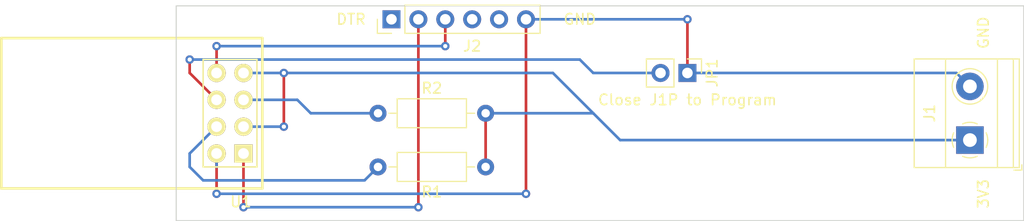
<source format=kicad_pcb>
(kicad_pcb (version 20171130) (host pcbnew 5.1.6)

  (general
    (thickness 1.6)
    (drawings 9)
    (tracks 46)
    (zones 0)
    (modules 6)
    (nets 11)
  )

  (page User 132.004 102.006)
  (title_block
    (title "ESP-01 Programmer")
    (date 2020-07-27)
    (rev 1.0)
  )

  (layers
    (0 F.Cu signal)
    (31 B.Cu signal)
    (33 F.Adhes user)
    (35 F.Paste user)
    (37 F.SilkS user)
    (38 B.Mask user)
    (39 F.Mask user)
    (40 Dwgs.User user)
    (41 Cmts.User user)
    (42 Eco1.User user)
    (43 Eco2.User user)
    (44 Edge.Cuts user)
    (45 Margin user)
    (46 B.CrtYd user)
    (47 F.CrtYd user)
    (49 F.Fab user)
  )

  (setup
    (last_trace_width 0.25)
    (trace_clearance 0.2)
    (zone_clearance 0.508)
    (zone_45_only no)
    (trace_min 0.2)
    (via_size 0.8)
    (via_drill 0.4)
    (via_min_size 0.4)
    (via_min_drill 0.3)
    (uvia_size 0.3)
    (uvia_drill 0.1)
    (uvias_allowed no)
    (uvia_min_size 0.2)
    (uvia_min_drill 0.1)
    (edge_width 0.05)
    (segment_width 0.2)
    (pcb_text_width 0.3)
    (pcb_text_size 1.5 1.5)
    (mod_edge_width 0.12)
    (mod_text_size 1 1)
    (mod_text_width 0.15)
    (pad_size 1.524 1.524)
    (pad_drill 0.762)
    (pad_to_mask_clearance 0.05)
    (aux_axis_origin 0 0)
    (visible_elements FFFFFF7F)
    (pcbplotparams
      (layerselection 0x010e8_ffffffff)
      (usegerberextensions false)
      (usegerberattributes true)
      (usegerberadvancedattributes true)
      (creategerberjobfile true)
      (excludeedgelayer true)
      (linewidth 0.100000)
      (plotframeref false)
      (viasonmask false)
      (mode 1)
      (useauxorigin false)
      (hpglpennumber 1)
      (hpglpenspeed 20)
      (hpglpendiameter 15.000000)
      (psnegative false)
      (psa4output false)
      (plotreference true)
      (plotvalue true)
      (plotinvisibletext false)
      (padsonsilk false)
      (subtractmaskfromsilk false)
      (outputformat 4)
      (mirror false)
      (drillshape 0)
      (scaleselection 1)
      (outputdirectory "./"))
  )

  (net 0 "")
  (net 1 GND)
  (net 2 VCC)
  (net 3 CTS)
  (net 4 DTR)
  (net 5 "Net-(R1-Pad2)")
  (net 6 "Net-(R2-Pad1)")
  (net 7 FTDI_TX)
  (net 8 FTDI_RX)
  (net 9 FTDI_VCC)
  (net 10 "Net-(JP1-Pad2)")

  (net_class Default "This is the default net class."
    (clearance 0.2)
    (trace_width 0.25)
    (via_dia 0.8)
    (via_drill 0.4)
    (uvia_dia 0.3)
    (uvia_drill 0.1)
    (add_net CTS)
    (add_net DTR)
    (add_net FTDI_RX)
    (add_net FTDI_TX)
    (add_net FTDI_VCC)
    (add_net GND)
    (add_net "Net-(JP1-Pad2)")
    (add_net "Net-(R1-Pad2)")
    (add_net "Net-(R2-Pad1)")
    (add_net VCC)
  )

  (module Connector_PinHeader_2.54mm:PinHeader_1x02_P2.54mm_Vertical (layer F.Cu) (tedit 59FED5CC) (tstamp 5F1ECA01)
    (at 81.28 30.48 270)
    (descr "Through hole straight pin header, 1x02, 2.54mm pitch, single row")
    (tags "Through hole pin header THT 1x02 2.54mm single row")
    (path /5F1F70C3)
    (fp_text reference JP1 (at 0 -2.33 90) (layer F.SilkS)
      (effects (font (size 1 1) (thickness 0.15)))
    )
    (fp_text value PRG (at 0 4.87 90) (layer F.Fab)
      (effects (font (size 1 1) (thickness 0.15)))
    )
    (fp_text user %R (at 0 1.27) (layer F.Fab)
      (effects (font (size 1 1) (thickness 0.15)))
    )
    (fp_line (start -0.635 -1.27) (end 1.27 -1.27) (layer F.Fab) (width 0.1))
    (fp_line (start 1.27 -1.27) (end 1.27 3.81) (layer F.Fab) (width 0.1))
    (fp_line (start 1.27 3.81) (end -1.27 3.81) (layer F.Fab) (width 0.1))
    (fp_line (start -1.27 3.81) (end -1.27 -0.635) (layer F.Fab) (width 0.1))
    (fp_line (start -1.27 -0.635) (end -0.635 -1.27) (layer F.Fab) (width 0.1))
    (fp_line (start -1.33 3.87) (end 1.33 3.87) (layer F.SilkS) (width 0.12))
    (fp_line (start -1.33 1.27) (end -1.33 3.87) (layer F.SilkS) (width 0.12))
    (fp_line (start 1.33 1.27) (end 1.33 3.87) (layer F.SilkS) (width 0.12))
    (fp_line (start -1.33 1.27) (end 1.33 1.27) (layer F.SilkS) (width 0.12))
    (fp_line (start -1.33 0) (end -1.33 -1.33) (layer F.SilkS) (width 0.12))
    (fp_line (start -1.33 -1.33) (end 0 -1.33) (layer F.SilkS) (width 0.12))
    (fp_line (start -1.8 -1.8) (end -1.8 4.35) (layer F.CrtYd) (width 0.05))
    (fp_line (start -1.8 4.35) (end 1.8 4.35) (layer F.CrtYd) (width 0.05))
    (fp_line (start 1.8 4.35) (end 1.8 -1.8) (layer F.CrtYd) (width 0.05))
    (fp_line (start 1.8 -1.8) (end -1.8 -1.8) (layer F.CrtYd) (width 0.05))
    (pad 2 thru_hole oval (at 0 2.54 270) (size 1.7 1.7) (drill 1) (layers *.Cu *.Mask)
      (net 10 "Net-(JP1-Pad2)"))
    (pad 1 thru_hole rect (at 0 0 270) (size 1.7 1.7) (drill 1) (layers *.Cu *.Mask)
      (net 1 GND))
    (model ${KISYS3DMOD}/Connector_PinHeader_2.54mm.3dshapes/PinHeader_1x02_P2.54mm_Vertical.wrl
      (at (xyz 0 0 0))
      (scale (xyz 1 1 1))
      (rotate (xyz 0 0 0))
    )
  )

  (module Resistor_THT:R_Axial_DIN0207_L6.3mm_D2.5mm_P10.16mm_Horizontal (layer F.Cu) (tedit 5AE5139B) (tstamp 5F1EB544)
    (at 52.07 34.29)
    (descr "Resistor, Axial_DIN0207 series, Axial, Horizontal, pin pitch=10.16mm, 0.25W = 1/4W, length*diameter=6.3*2.5mm^2, http://cdn-reichelt.de/documents/datenblatt/B400/1_4W%23YAG.pdf")
    (tags "Resistor Axial_DIN0207 series Axial Horizontal pin pitch 10.16mm 0.25W = 1/4W length 6.3mm diameter 2.5mm")
    (path /5F1EE97C)
    (fp_text reference R2 (at 5.08 -2.37) (layer F.SilkS)
      (effects (font (size 1 1) (thickness 0.15)))
    )
    (fp_text value 10K (at 5.08 2.37) (layer F.Fab)
      (effects (font (size 1 1) (thickness 0.15)))
    )
    (fp_text user %R (at 5.08 0) (layer F.Fab)
      (effects (font (size 1 1) (thickness 0.15)))
    )
    (fp_line (start 1.93 -1.25) (end 1.93 1.25) (layer F.Fab) (width 0.1))
    (fp_line (start 1.93 1.25) (end 8.23 1.25) (layer F.Fab) (width 0.1))
    (fp_line (start 8.23 1.25) (end 8.23 -1.25) (layer F.Fab) (width 0.1))
    (fp_line (start 8.23 -1.25) (end 1.93 -1.25) (layer F.Fab) (width 0.1))
    (fp_line (start 0 0) (end 1.93 0) (layer F.Fab) (width 0.1))
    (fp_line (start 10.16 0) (end 8.23 0) (layer F.Fab) (width 0.1))
    (fp_line (start 1.81 -1.37) (end 1.81 1.37) (layer F.SilkS) (width 0.12))
    (fp_line (start 1.81 1.37) (end 8.35 1.37) (layer F.SilkS) (width 0.12))
    (fp_line (start 8.35 1.37) (end 8.35 -1.37) (layer F.SilkS) (width 0.12))
    (fp_line (start 8.35 -1.37) (end 1.81 -1.37) (layer F.SilkS) (width 0.12))
    (fp_line (start 1.04 0) (end 1.81 0) (layer F.SilkS) (width 0.12))
    (fp_line (start 9.12 0) (end 8.35 0) (layer F.SilkS) (width 0.12))
    (fp_line (start -1.05 -1.5) (end -1.05 1.5) (layer F.CrtYd) (width 0.05))
    (fp_line (start -1.05 1.5) (end 11.21 1.5) (layer F.CrtYd) (width 0.05))
    (fp_line (start 11.21 1.5) (end 11.21 -1.5) (layer F.CrtYd) (width 0.05))
    (fp_line (start 11.21 -1.5) (end -1.05 -1.5) (layer F.CrtYd) (width 0.05))
    (pad 2 thru_hole oval (at 10.16 0) (size 1.6 1.6) (drill 0.8) (layers *.Cu *.Mask)
      (net 2 VCC))
    (pad 1 thru_hole circle (at 0 0) (size 1.6 1.6) (drill 0.8) (layers *.Cu *.Mask)
      (net 6 "Net-(R2-Pad1)"))
    (model ${KISYS3DMOD}/Resistor_THT.3dshapes/R_Axial_DIN0207_L6.3mm_D2.5mm_P10.16mm_Horizontal.wrl
      (at (xyz 0 0 0))
      (scale (xyz 1 1 1))
      (rotate (xyz 0 0 0))
    )
  )

  (module Resistor_THT:R_Axial_DIN0207_L6.3mm_D2.5mm_P10.16mm_Horizontal (layer F.Cu) (tedit 5AE5139B) (tstamp 5F1EB535)
    (at 62.23 39.37 180)
    (descr "Resistor, Axial_DIN0207 series, Axial, Horizontal, pin pitch=10.16mm, 0.25W = 1/4W, length*diameter=6.3*2.5mm^2, http://cdn-reichelt.de/documents/datenblatt/B400/1_4W%23YAG.pdf")
    (tags "Resistor Axial_DIN0207 series Axial Horizontal pin pitch 10.16mm 0.25W = 1/4W length 6.3mm diameter 2.5mm")
    (path /5F22F1EC)
    (fp_text reference R1 (at 5.08 -2.37) (layer F.SilkS)
      (effects (font (size 1 1) (thickness 0.15)))
    )
    (fp_text value 10K (at 5.08 2.37) (layer F.Fab)
      (effects (font (size 1 1) (thickness 0.15)))
    )
    (fp_text user %R (at 5.08 0) (layer F.Fab)
      (effects (font (size 1 1) (thickness 0.15)))
    )
    (fp_line (start 1.93 -1.25) (end 1.93 1.25) (layer F.Fab) (width 0.1))
    (fp_line (start 1.93 1.25) (end 8.23 1.25) (layer F.Fab) (width 0.1))
    (fp_line (start 8.23 1.25) (end 8.23 -1.25) (layer F.Fab) (width 0.1))
    (fp_line (start 8.23 -1.25) (end 1.93 -1.25) (layer F.Fab) (width 0.1))
    (fp_line (start 0 0) (end 1.93 0) (layer F.Fab) (width 0.1))
    (fp_line (start 10.16 0) (end 8.23 0) (layer F.Fab) (width 0.1))
    (fp_line (start 1.81 -1.37) (end 1.81 1.37) (layer F.SilkS) (width 0.12))
    (fp_line (start 1.81 1.37) (end 8.35 1.37) (layer F.SilkS) (width 0.12))
    (fp_line (start 8.35 1.37) (end 8.35 -1.37) (layer F.SilkS) (width 0.12))
    (fp_line (start 8.35 -1.37) (end 1.81 -1.37) (layer F.SilkS) (width 0.12))
    (fp_line (start 1.04 0) (end 1.81 0) (layer F.SilkS) (width 0.12))
    (fp_line (start 9.12 0) (end 8.35 0) (layer F.SilkS) (width 0.12))
    (fp_line (start -1.05 -1.5) (end -1.05 1.5) (layer F.CrtYd) (width 0.05))
    (fp_line (start -1.05 1.5) (end 11.21 1.5) (layer F.CrtYd) (width 0.05))
    (fp_line (start 11.21 1.5) (end 11.21 -1.5) (layer F.CrtYd) (width 0.05))
    (fp_line (start 11.21 -1.5) (end -1.05 -1.5) (layer F.CrtYd) (width 0.05))
    (pad 2 thru_hole oval (at 10.16 0 180) (size 1.6 1.6) (drill 0.8) (layers *.Cu *.Mask)
      (net 5 "Net-(R1-Pad2)"))
    (pad 1 thru_hole circle (at 0 0 180) (size 1.6 1.6) (drill 0.8) (layers *.Cu *.Mask)
      (net 2 VCC))
    (model ${KISYS3DMOD}/Resistor_THT.3dshapes/R_Axial_DIN0207_L6.3mm_D2.5mm_P10.16mm_Horizontal.wrl
      (at (xyz 0 0 0))
      (scale (xyz 1 1 1))
      (rotate (xyz 0 0 0))
    )
  )

  (module ESPLib:ESP-01 (layer F.Cu) (tedit 577EF889) (tstamp 5F1EB581)
    (at 39.37 38.1 180)
    (descr "Module, ESP-8266, ESP-01, 8 pin")
    (tags "Module ESP-8266 ESP8266")
    (path /5F1EA1B2)
    (fp_text reference U1 (at 0.254 -4.572) (layer F.SilkS)
      (effects (font (size 1 1) (thickness 0.15)))
    )
    (fp_text value ESP-01v090 (at 12.192 3.576) (layer F.Fab)
      (effects (font (size 1 1) (thickness 0.15)))
    )
    (fp_line (start -1.778 -3.302) (end 22.86 -3.302) (layer F.SilkS) (width 0.254))
    (fp_line (start 22.86 -3.302) (end 22.86 10.922) (layer F.SilkS) (width 0.254))
    (fp_line (start 22.86 10.922) (end -1.778 10.922) (layer F.SilkS) (width 0.254))
    (fp_line (start -1.778 10.922) (end -1.778 -3.302) (layer F.SilkS) (width 0.254))
    (fp_line (start -1.778 -3.302) (end 22.86 -3.302) (layer F.Fab) (width 0.05))
    (fp_line (start 22.86 -3.302) (end 22.86 10.922) (layer F.Fab) (width 0.05))
    (fp_line (start 22.86 10.922) (end -1.778 10.922) (layer F.Fab) (width 0.05))
    (fp_line (start -1.778 10.922) (end -1.778 -3.302) (layer F.Fab) (width 0.05))
    (fp_line (start 1.27 -1.27) (end -1.27 -1.27) (layer F.SilkS) (width 0.1524))
    (fp_line (start -1.27 -1.27) (end -1.27 1.27) (layer F.SilkS) (width 0.1524))
    (fp_line (start -1.75 -1.75) (end -1.75 9.4) (layer F.CrtYd) (width 0.05))
    (fp_line (start 4.3 -1.75) (end 4.3 9.4) (layer F.CrtYd) (width 0.05))
    (fp_line (start -1.75 -1.75) (end 4.3 -1.75) (layer F.CrtYd) (width 0.05))
    (fp_line (start -1.75 9.4) (end 4.3 9.4) (layer F.CrtYd) (width 0.05))
    (fp_line (start -1.27 1.27) (end -1.27 8.89) (layer F.SilkS) (width 0.1524))
    (fp_line (start -1.27 8.89) (end 3.81 8.89) (layer F.SilkS) (width 0.1524))
    (fp_line (start 3.81 8.89) (end 3.81 -1.27) (layer F.SilkS) (width 0.1524))
    (fp_line (start 3.81 -1.27) (end 1.27 -1.27) (layer F.SilkS) (width 0.1524))
    (pad 8 thru_hole oval (at 2.54 7.62 180) (size 1.7272 1.7272) (drill 1.016) (layers *.Cu *.Mask F.SilkS)
      (net 7 FTDI_TX))
    (pad 7 thru_hole oval (at 0 7.62 180) (size 1.7272 1.7272) (drill 1.016) (layers *.Cu *.Mask F.SilkS)
      (net 2 VCC))
    (pad 6 thru_hole oval (at 2.54 5.08 180) (size 1.7272 1.7272) (drill 1.016) (layers *.Cu *.Mask F.SilkS)
      (net 10 "Net-(JP1-Pad2)"))
    (pad 5 thru_hole oval (at 0 5.08 180) (size 1.7272 1.7272) (drill 1.016) (layers *.Cu *.Mask F.SilkS)
      (net 6 "Net-(R2-Pad1)"))
    (pad 4 thru_hole oval (at 2.54 2.54 180) (size 1.7272 1.7272) (drill 1.016) (layers *.Cu *.Mask F.SilkS)
      (net 5 "Net-(R1-Pad2)"))
    (pad 3 thru_hole oval (at 0 2.54 180) (size 1.7272 1.7272) (drill 1.016) (layers *.Cu *.Mask F.SilkS)
      (net 2 VCC))
    (pad 2 thru_hole oval (at 2.54 0 180) (size 1.7272 1.7272) (drill 1.016) (layers *.Cu *.Mask F.SilkS)
      (net 1 GND))
    (pad 1 thru_hole rect (at 0 0 180) (size 1.7272 1.7272) (drill 1.016) (layers *.Cu *.Mask F.SilkS)
      (net 8 FTDI_RX))
  )

  (module Connector_PinHeader_2.54mm:PinHeader_1x06_P2.54mm_Vertical (layer F.Cu) (tedit 59FED5CC) (tstamp 5F1ECB5D)
    (at 53.34 25.4 90)
    (descr "Through hole straight pin header, 1x06, 2.54mm pitch, single row")
    (tags "Through hole pin header THT 1x06 2.54mm single row")
    (path /5F21BCFE)
    (fp_text reference J2 (at -2.54 7.62 180) (layer F.SilkS)
      (effects (font (size 1 1) (thickness 0.15)))
    )
    (fp_text value FTDI (at 0 15.03 90) (layer F.Fab)
      (effects (font (size 1 1) (thickness 0.15)))
    )
    (fp_text user %R (at 0 6.35) (layer F.Fab)
      (effects (font (size 1 1) (thickness 0.15)))
    )
    (fp_line (start -0.635 -1.27) (end 1.27 -1.27) (layer F.Fab) (width 0.1))
    (fp_line (start 1.27 -1.27) (end 1.27 13.97) (layer F.Fab) (width 0.1))
    (fp_line (start 1.27 13.97) (end -1.27 13.97) (layer F.Fab) (width 0.1))
    (fp_line (start -1.27 13.97) (end -1.27 -0.635) (layer F.Fab) (width 0.1))
    (fp_line (start -1.27 -0.635) (end -0.635 -1.27) (layer F.Fab) (width 0.1))
    (fp_line (start -1.33 14.03) (end 1.33 14.03) (layer F.SilkS) (width 0.12))
    (fp_line (start -1.33 1.27) (end -1.33 14.03) (layer F.SilkS) (width 0.12))
    (fp_line (start 1.33 1.27) (end 1.33 14.03) (layer F.SilkS) (width 0.12))
    (fp_line (start -1.33 1.27) (end 1.33 1.27) (layer F.SilkS) (width 0.12))
    (fp_line (start -1.33 0) (end -1.33 -1.33) (layer F.SilkS) (width 0.12))
    (fp_line (start -1.33 -1.33) (end 0 -1.33) (layer F.SilkS) (width 0.12))
    (fp_line (start -1.8 -1.8) (end -1.8 14.5) (layer F.CrtYd) (width 0.05))
    (fp_line (start -1.8 14.5) (end 1.8 14.5) (layer F.CrtYd) (width 0.05))
    (fp_line (start 1.8 14.5) (end 1.8 -1.8) (layer F.CrtYd) (width 0.05))
    (fp_line (start 1.8 -1.8) (end -1.8 -1.8) (layer F.CrtYd) (width 0.05))
    (pad 6 thru_hole oval (at 0 12.7 90) (size 1.7 1.7) (drill 1) (layers *.Cu *.Mask)
      (net 1 GND))
    (pad 5 thru_hole oval (at 0 10.16 90) (size 1.7 1.7) (drill 1) (layers *.Cu *.Mask)
      (net 3 CTS))
    (pad 4 thru_hole oval (at 0 7.62 90) (size 1.7 1.7) (drill 1) (layers *.Cu *.Mask)
      (net 9 FTDI_VCC))
    (pad 3 thru_hole oval (at 0 5.08 90) (size 1.7 1.7) (drill 1) (layers *.Cu *.Mask)
      (net 7 FTDI_TX))
    (pad 2 thru_hole oval (at 0 2.54 90) (size 1.7 1.7) (drill 1) (layers *.Cu *.Mask)
      (net 8 FTDI_RX))
    (pad 1 thru_hole rect (at 0 0 90) (size 1.7 1.7) (drill 1) (layers *.Cu *.Mask)
      (net 4 DTR))
    (model ${KISYS3DMOD}/Connector_PinHeader_2.54mm.3dshapes/PinHeader_1x06_P2.54mm_Vertical.wrl
      (at (xyz 0 0 0))
      (scale (xyz 1 1 1))
      (rotate (xyz 0 0 0))
    )
  )

  (module TerminalBlock_Phoenix:TerminalBlock_Phoenix_MKDS-1,5-2-5.08_1x02_P5.08mm_Horizontal (layer F.Cu) (tedit 5B294EBC) (tstamp 5F1EB50C)
    (at 107.95 36.83 90)
    (descr "Terminal Block Phoenix MKDS-1,5-2-5.08, 2 pins, pitch 5.08mm, size 10.2x9.8mm^2, drill diamater 1.3mm, pad diameter 2.6mm, see http://www.farnell.com/datasheets/100425.pdf, script-generated using https://github.com/pointhi/kicad-footprint-generator/scripts/TerminalBlock_Phoenix")
    (tags "THT Terminal Block Phoenix MKDS-1,5-2-5.08 pitch 5.08mm size 10.2x9.8mm^2 drill 1.3mm pad 2.6mm")
    (path /5F24411A)
    (fp_text reference J1 (at 2.54 -3.81 90) (layer F.SilkS)
      (effects (font (size 1 1) (thickness 0.15)))
    )
    (fp_text value "Power Connector" (at 2.54 -7.62 90) (layer F.Fab)
      (effects (font (size 1 1) (thickness 0.15)))
    )
    (fp_text user %R (at 2.54 3.2 90) (layer F.Fab)
      (effects (font (size 1 1) (thickness 0.15)))
    )
    (fp_arc (start 0 0) (end -0.684 1.535) (angle -25) (layer F.SilkS) (width 0.12))
    (fp_arc (start 0 0) (end -1.535 -0.684) (angle -48) (layer F.SilkS) (width 0.12))
    (fp_arc (start 0 0) (end 0.684 -1.535) (angle -48) (layer F.SilkS) (width 0.12))
    (fp_arc (start 0 0) (end 1.535 0.684) (angle -48) (layer F.SilkS) (width 0.12))
    (fp_arc (start 0 0) (end 0 1.68) (angle -24) (layer F.SilkS) (width 0.12))
    (fp_circle (center 0 0) (end 1.5 0) (layer F.Fab) (width 0.1))
    (fp_circle (center 5.08 0) (end 6.58 0) (layer F.Fab) (width 0.1))
    (fp_circle (center 5.08 0) (end 6.76 0) (layer F.SilkS) (width 0.12))
    (fp_line (start -2.54 -5.2) (end 7.62 -5.2) (layer F.Fab) (width 0.1))
    (fp_line (start 7.62 -5.2) (end 7.62 4.6) (layer F.Fab) (width 0.1))
    (fp_line (start 7.62 4.6) (end -2.04 4.6) (layer F.Fab) (width 0.1))
    (fp_line (start -2.04 4.6) (end -2.54 4.1) (layer F.Fab) (width 0.1))
    (fp_line (start -2.54 4.1) (end -2.54 -5.2) (layer F.Fab) (width 0.1))
    (fp_line (start -2.54 4.1) (end 7.62 4.1) (layer F.Fab) (width 0.1))
    (fp_line (start -2.6 4.1) (end 7.68 4.1) (layer F.SilkS) (width 0.12))
    (fp_line (start -2.54 2.6) (end 7.62 2.6) (layer F.Fab) (width 0.1))
    (fp_line (start -2.6 2.6) (end 7.68 2.6) (layer F.SilkS) (width 0.12))
    (fp_line (start -2.54 -2.3) (end 7.62 -2.3) (layer F.Fab) (width 0.1))
    (fp_line (start -2.6 -2.301) (end 7.68 -2.301) (layer F.SilkS) (width 0.12))
    (fp_line (start -2.6 -5.261) (end 7.68 -5.261) (layer F.SilkS) (width 0.12))
    (fp_line (start -2.6 4.66) (end 7.68 4.66) (layer F.SilkS) (width 0.12))
    (fp_line (start -2.6 -5.261) (end -2.6 4.66) (layer F.SilkS) (width 0.12))
    (fp_line (start 7.68 -5.261) (end 7.68 4.66) (layer F.SilkS) (width 0.12))
    (fp_line (start 1.138 -0.955) (end -0.955 1.138) (layer F.Fab) (width 0.1))
    (fp_line (start 0.955 -1.138) (end -1.138 0.955) (layer F.Fab) (width 0.1))
    (fp_line (start 6.218 -0.955) (end 4.126 1.138) (layer F.Fab) (width 0.1))
    (fp_line (start 6.035 -1.138) (end 3.943 0.955) (layer F.Fab) (width 0.1))
    (fp_line (start 6.355 -1.069) (end 6.308 -1.023) (layer F.SilkS) (width 0.12))
    (fp_line (start 4.046 1.239) (end 4.011 1.274) (layer F.SilkS) (width 0.12))
    (fp_line (start 6.15 -1.275) (end 6.115 -1.239) (layer F.SilkS) (width 0.12))
    (fp_line (start 3.853 1.023) (end 3.806 1.069) (layer F.SilkS) (width 0.12))
    (fp_line (start -2.84 4.16) (end -2.84 4.9) (layer F.SilkS) (width 0.12))
    (fp_line (start -2.84 4.9) (end -2.34 4.9) (layer F.SilkS) (width 0.12))
    (fp_line (start -3.04 -5.71) (end -3.04 5.1) (layer F.CrtYd) (width 0.05))
    (fp_line (start -3.04 5.1) (end 8.13 5.1) (layer F.CrtYd) (width 0.05))
    (fp_line (start 8.13 5.1) (end 8.13 -5.71) (layer F.CrtYd) (width 0.05))
    (fp_line (start 8.13 -5.71) (end -3.04 -5.71) (layer F.CrtYd) (width 0.05))
    (pad 2 thru_hole circle (at 5.08 0 90) (size 2.6 2.6) (drill 1.3) (layers *.Cu *.Mask)
      (net 1 GND))
    (pad 1 thru_hole rect (at 0 0 90) (size 2.6 2.6) (drill 1.3) (layers *.Cu *.Mask)
      (net 2 VCC))
    (model ${KISYS3DMOD}/TerminalBlock_Phoenix.3dshapes/TerminalBlock_Phoenix_MKDS-1,5-2-5.08_1x02_P5.08mm_Horizontal.wrl
      (at (xyz 0 0 0))
      (scale (xyz 1 1 1))
      (rotate (xyz 0 0 0))
    )
  )

  (gr_text "Close J1P to Program" (at 81.28 33.02) (layer F.SilkS)
    (effects (font (size 1 1) (thickness 0.15)))
  )
  (gr_text DTR (at 49.53 25.4) (layer F.SilkS)
    (effects (font (size 1 1) (thickness 0.15)))
  )
  (gr_text GND (at 71.12 25.4) (layer F.SilkS)
    (effects (font (size 1 1) (thickness 0.15)))
  )
  (gr_text GND (at 109.22 26.67 90) (layer F.SilkS)
    (effects (font (size 1 1) (thickness 0.15)))
  )
  (gr_text 3V3 (at 109.22 41.91 90) (layer F.SilkS)
    (effects (font (size 1 1) (thickness 0.15)))
  )
  (gr_line (start 113.03 24.13) (end 113.03 44.45) (layer Edge.Cuts) (width 0.1))
  (gr_line (start 33.02 24.13) (end 113.03 24.13) (layer Edge.Cuts) (width 0.1))
  (gr_line (start 33.02 44.45) (end 33.02 24.13) (layer Edge.Cuts) (width 0.1))
  (gr_line (start 113.03 44.45) (end 33.02 44.45) (layer Edge.Cuts) (width 0.1))

  (segment (start 36.83 39.37) (end 36.83 38.1) (width 0.25) (layer B.Cu) (net 1))
  (segment (start 66.04 25.4) (end 66.04 41.91) (width 0.25) (layer F.Cu) (net 1))
  (via (at 66.04 41.91) (size 0.8) (drill 0.4) (layers F.Cu B.Cu) (net 1))
  (via (at 36.83 41.91) (size 0.8) (drill 0.4) (layers F.Cu B.Cu) (net 1))
  (segment (start 66.04 41.91) (end 36.83 41.91) (width 0.25) (layer B.Cu) (net 1))
  (segment (start 36.83 41.91) (end 36.83 38.1) (width 0.25) (layer F.Cu) (net 1))
  (via (at 81.28 25.4) (size 0.8) (drill 0.4) (layers F.Cu B.Cu) (net 1))
  (segment (start 81.28 30.48) (end 81.28 25.4) (width 0.25) (layer F.Cu) (net 1))
  (segment (start 81.28 25.4) (end 66.04 25.4) (width 0.25) (layer B.Cu) (net 1))
  (segment (start 106.68 30.48) (end 107.95 31.75) (width 0.25) (layer B.Cu) (net 1))
  (segment (start 81.28 30.48) (end 106.68 30.48) (width 0.25) (layer B.Cu) (net 1))
  (via (at 43.18 30.48) (size 0.8) (drill 0.4) (layers F.Cu B.Cu) (net 2))
  (segment (start 39.37 30.48) (end 43.18 30.48) (width 0.25) (layer B.Cu) (net 2))
  (via (at 43.18 35.56) (size 0.8) (drill 0.4) (layers F.Cu B.Cu) (net 2))
  (segment (start 43.18 30.48) (end 43.18 35.56) (width 0.25) (layer F.Cu) (net 2))
  (segment (start 43.18 35.56) (end 39.37 35.56) (width 0.25) (layer B.Cu) (net 2))
  (segment (start 62.23 34.29) (end 62.23 39.37) (width 0.25) (layer F.Cu) (net 2))
  (segment (start 68.58 30.48) (end 72.39 34.29) (width 0.25) (layer B.Cu) (net 2))
  (segment (start 43.18 30.48) (end 68.58 30.48) (width 0.25) (layer B.Cu) (net 2))
  (segment (start 62.23 34.29) (end 72.39 34.29) (width 0.25) (layer B.Cu) (net 2))
  (segment (start 74.93 36.83) (end 72.39 34.29) (width 0.25) (layer B.Cu) (net 2))
  (segment (start 74.93 36.83) (end 107.95 36.83) (width 0.25) (layer B.Cu) (net 2))
  (segment (start 34.29 38.1) (end 36.83 35.56) (width 0.25) (layer B.Cu) (net 5))
  (segment (start 35.56 40.64) (end 34.29 39.37) (width 0.25) (layer B.Cu) (net 5))
  (segment (start 34.29 39.37) (end 34.29 38.1) (width 0.25) (layer B.Cu) (net 5))
  (segment (start 50.8 40.64) (end 35.56 40.64) (width 0.25) (layer B.Cu) (net 5))
  (segment (start 52.07 39.37) (end 50.8 40.64) (width 0.25) (layer B.Cu) (net 5))
  (segment (start 52.07 34.29) (end 45.72 34.29) (width 0.25) (layer B.Cu) (net 6))
  (segment (start 44.45 33.02) (end 39.37 33.02) (width 0.25) (layer B.Cu) (net 6))
  (segment (start 45.72 34.29) (end 44.45 33.02) (width 0.25) (layer B.Cu) (net 6))
  (segment (start 58.42 25.4) (end 58.42 27.94) (width 0.25) (layer F.Cu) (net 7))
  (via (at 58.42 27.94) (size 0.8) (drill 0.4) (layers F.Cu B.Cu) (net 7))
  (via (at 36.83 27.94) (size 0.8) (drill 0.4) (layers F.Cu B.Cu) (net 7))
  (segment (start 58.42 27.94) (end 36.83 27.94) (width 0.25) (layer B.Cu) (net 7))
  (segment (start 36.83 27.94) (end 36.83 30.48) (width 0.25) (layer F.Cu) (net 7))
  (via (at 55.88 43.18) (size 0.8) (drill 0.4) (layers F.Cu B.Cu) (net 8))
  (segment (start 55.88 25.4) (end 55.88 43.18) (width 0.25) (layer F.Cu) (net 8))
  (via (at 39.37 43.18) (size 0.8) (drill 0.4) (layers F.Cu B.Cu) (net 8))
  (segment (start 55.88 43.18) (end 39.37 43.18) (width 0.25) (layer B.Cu) (net 8))
  (segment (start 39.37 43.18) (end 39.37 38.1) (width 0.25) (layer F.Cu) (net 8))
  (segment (start 78.74 30.48) (end 72.39 30.48) (width 0.25) (layer B.Cu) (net 10))
  (via (at 34.29 29.21) (size 0.8) (drill 0.4) (layers F.Cu B.Cu) (net 10))
  (segment (start 71.12 29.21) (end 34.29 29.21) (width 0.25) (layer B.Cu) (net 10))
  (segment (start 72.39 30.48) (end 71.12 29.21) (width 0.25) (layer B.Cu) (net 10))
  (segment (start 34.29 30.48) (end 36.83 33.02) (width 0.25) (layer F.Cu) (net 10))
  (segment (start 34.29 29.21) (end 34.29 30.48) (width 0.25) (layer F.Cu) (net 10))

)

</source>
